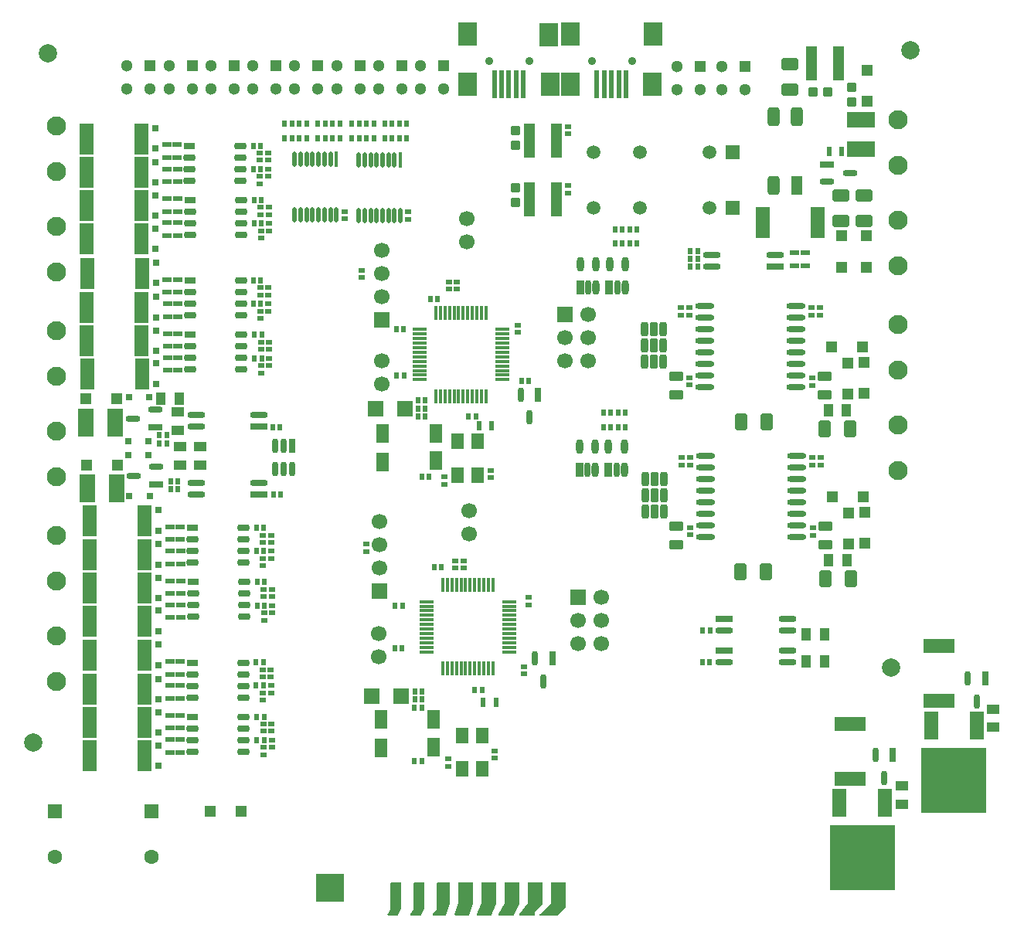
<source format=gts>
G04*
G04 #@! TF.GenerationSoftware,Altium Limited,Altium Designer,19.0.6 (157)*
G04*
G04 Layer_Color=8388736*
%FSLAX44Y44*%
%MOMM*%
G71*
G01*
G75*
%ADD11C,2.0000*%
%ADD12R,0.6000X0.7500*%
%ADD13R,0.7300X0.7300*%
%ADD14R,1.0000X0.6000*%
%ADD15R,1.6000X3.1000*%
%ADD16R,7.1000X7.1000*%
%ADD17R,3.5000X1.6000*%
%ADD18R,1.4000X1.1000*%
%ADD19R,0.7000X1.6000*%
%ADD20O,0.7000X1.6000*%
%ADD21O,0.8000X1.6000*%
%ADD22R,0.8500X1.6000*%
%ADD23R,0.7500X0.6000*%
%ADD24R,1.3500X1.7000*%
%ADD25R,0.6000X1.0000*%
%ADD26R,1.4000X2.0000*%
%ADD27R,1.7000X1.7000*%
%ADD28R,0.3800X1.6000*%
%ADD29O,0.3800X1.6000*%
%ADD30O,1.6000X0.3800*%
%ADD31R,1.6000X0.7000*%
%ADD32O,1.6000X0.7000*%
%ADD33R,0.7300X0.7300*%
G04:AMPARAMS|DCode=34|XSize=1.3mm|YSize=0.68mm|CornerRadius=0.195mm|HoleSize=0mm|Usage=FLASHONLY|Rotation=0.000|XOffset=0mm|YOffset=0mm|HoleType=Round|Shape=RoundedRectangle|*
%AMROUNDEDRECTD34*
21,1,1.3000,0.2900,0,0,0.0*
21,1,0.9100,0.6800,0,0,0.0*
1,1,0.3900,0.4550,-0.1450*
1,1,0.3900,-0.4550,-0.1450*
1,1,0.3900,-0.4550,0.1450*
1,1,0.3900,0.4550,0.1450*
%
%ADD34ROUNDEDRECTD34*%
%ADD35R,1.3000X0.6800*%
%ADD36O,1.9500X0.7000*%
%ADD37R,1.9500X0.7000*%
%ADD38R,1.1000X1.4000*%
%ADD39R,1.6000X3.5000*%
%ADD40R,1.3000X1.3000*%
%ADD41R,1.7000X3.1000*%
%ADD42O,0.4500X1.7000*%
%ADD43R,0.4500X1.7000*%
G04:AMPARAMS|DCode=44|XSize=1.55mm|YSize=0.9mm|CornerRadius=0.25mm|HoleSize=0mm|Usage=FLASHONLY|Rotation=90.000|XOffset=0mm|YOffset=0mm|HoleType=Round|Shape=RoundedRectangle|*
%AMROUNDEDRECTD44*
21,1,1.5500,0.4000,0,0,90.0*
21,1,1.0500,0.9000,0,0,90.0*
1,1,0.5000,0.2000,0.5250*
1,1,0.5000,0.2000,-0.5250*
1,1,0.5000,-0.2000,-0.5250*
1,1,0.5000,-0.2000,0.5250*
%
%ADD44ROUNDEDRECTD44*%
G04:AMPARAMS|DCode=45|XSize=1.55mm|YSize=0.8mm|CornerRadius=0.225mm|HoleSize=0mm|Usage=FLASHONLY|Rotation=90.000|XOffset=0mm|YOffset=0mm|HoleType=Round|Shape=RoundedRectangle|*
%AMROUNDEDRECTD45*
21,1,1.5500,0.3500,0,0,90.0*
21,1,1.1000,0.8000,0,0,90.0*
1,1,0.4500,0.1750,0.5500*
1,1,0.4500,0.1750,-0.5500*
1,1,0.4500,-0.1750,-0.5500*
1,1,0.4500,-0.1750,0.5500*
%
%ADD45ROUNDEDRECTD45*%
G04:AMPARAMS|DCode=46|XSize=1.1mm|YSize=1.55mm|CornerRadius=0.3mm|HoleSize=0mm|Usage=FLASHONLY|Rotation=90.000|XOffset=0mm|YOffset=0mm|HoleType=Round|Shape=RoundedRectangle|*
%AMROUNDEDRECTD46*
21,1,1.1000,0.9500,0,0,90.0*
21,1,0.5000,1.5500,0,0,90.0*
1,1,0.6000,0.4750,0.2500*
1,1,0.6000,0.4750,-0.2500*
1,1,0.6000,-0.4750,-0.2500*
1,1,0.6000,-0.4750,0.2500*
%
%ADD46ROUNDEDRECTD46*%
G04:AMPARAMS|DCode=47|XSize=1.05mm|YSize=1.1mm|CornerRadius=0.2875mm|HoleSize=0mm|Usage=FLASHONLY|Rotation=0.000|XOffset=0mm|YOffset=0mm|HoleType=Round|Shape=RoundedRectangle|*
%AMROUNDEDRECTD47*
21,1,1.0500,0.5250,0,0,0.0*
21,1,0.4750,1.1000,0,0,0.0*
1,1,0.5750,0.2375,-0.2625*
1,1,0.5750,-0.2375,-0.2625*
1,1,0.5750,-0.2375,0.2625*
1,1,0.5750,0.2375,0.2625*
%
%ADD47ROUNDEDRECTD47*%
%ADD48R,1.3000X3.7000*%
%ADD49R,0.5000X0.7000*%
%ADD50O,2.1000X0.6500*%
G04:AMPARAMS|DCode=51|XSize=1.4mm|YSize=1.9mm|CornerRadius=0.375mm|HoleSize=0mm|Usage=FLASHONLY|Rotation=0.000|XOffset=0mm|YOffset=0mm|HoleType=Round|Shape=RoundedRectangle|*
%AMROUNDEDRECTD51*
21,1,1.4000,1.1500,0,0,0.0*
21,1,0.6500,1.9000,0,0,0.0*
1,1,0.7500,0.3250,-0.5750*
1,1,0.7500,-0.3250,-0.5750*
1,1,0.7500,-0.3250,0.5750*
1,1,0.7500,0.3250,0.5750*
%
%ADD51ROUNDEDRECTD51*%
%ADD52R,1.3000X1.3000*%
%ADD53R,3.1000X1.7000*%
G04:AMPARAMS|DCode=54|XSize=1.4mm|YSize=1.9mm|CornerRadius=0.375mm|HoleSize=0mm|Usage=FLASHONLY|Rotation=90.000|XOffset=0mm|YOffset=0mm|HoleType=Round|Shape=RoundedRectangle|*
%AMROUNDEDRECTD54*
21,1,1.4000,1.1500,0,0,90.0*
21,1,0.6500,1.9000,0,0,90.0*
1,1,0.7500,0.5750,0.3250*
1,1,0.7500,0.5750,-0.3250*
1,1,0.7500,-0.5750,-0.3250*
1,1,0.7500,-0.5750,0.3250*
%
%ADD54ROUNDEDRECTD54*%
G04:AMPARAMS|DCode=55|XSize=1.3mm|YSize=2.1mm|CornerRadius=0.35mm|HoleSize=0mm|Usage=FLASHONLY|Rotation=180.000|XOffset=0mm|YOffset=0mm|HoleType=Round|Shape=RoundedRectangle|*
%AMROUNDEDRECTD55*
21,1,1.3000,1.4000,0,0,180.0*
21,1,0.6000,2.1000,0,0,180.0*
1,1,0.7000,-0.3000,0.7000*
1,1,0.7000,0.3000,0.7000*
1,1,0.7000,0.3000,-0.7000*
1,1,0.7000,-0.3000,-0.7000*
%
%ADD55ROUNDEDRECTD55*%
%ADD56R,1.3000X2.1000*%
G04:AMPARAMS|DCode=57|XSize=1.05mm|YSize=1.1mm|CornerRadius=0.2875mm|HoleSize=0mm|Usage=FLASHONLY|Rotation=90.000|XOffset=0mm|YOffset=0mm|HoleType=Round|Shape=RoundedRectangle|*
%AMROUNDEDRECTD57*
21,1,1.0500,0.5250,0,0,90.0*
21,1,0.4750,1.1000,0,0,90.0*
1,1,0.5750,0.2625,0.2375*
1,1,0.5750,0.2625,-0.2375*
1,1,0.5750,-0.2625,-0.2375*
1,1,0.5750,-0.2625,0.2375*
%
%ADD57ROUNDEDRECTD57*%
%ADD58R,2.1000X2.6000*%
%ADD59R,0.6000X3.1000*%
%ADD60R,1.1000X1.1000*%
%ADD61R,0.8000X0.8000*%
%ADD62C,1.7000*%
%ADD63R,1.6000X1.6000*%
%ADD64C,1.6000*%
%ADD65R,1.5000X1.5000*%
%ADD66C,1.5000*%
%ADD67C,2.1000*%
%ADD68C,0.9000*%
%ADD69C,1.3000*%
%ADD70R,3.1000X3.1000*%
G36*
X972729Y1070997D02*
X972857Y1070971D01*
X972981Y1070929D01*
X973099Y1070871D01*
X973208Y1070798D01*
X973307Y1070712D01*
X973393Y1070613D01*
X973466Y1070504D01*
X973524Y1070387D01*
X973566Y1070263D01*
X973591Y1070134D01*
X973600Y1070003D01*
Y1042953D01*
X973598Y1042925D01*
X973598Y1042896D01*
X973594Y1042859D01*
X973591Y1042823D01*
X973586Y1042795D01*
X973582Y1042766D01*
X973573Y1042730D01*
X973566Y1042694D01*
X973557Y1042666D01*
X973549Y1042639D01*
X973536Y1042605D01*
X973524Y1042570D01*
X973511Y1042544D01*
X973500Y1042517D01*
X969900Y1035067D01*
X969882Y1035035D01*
X969866Y1035002D01*
X969850Y1034978D01*
X969836Y1034953D01*
X969813Y1034924D01*
X969793Y1034893D01*
X969774Y1034872D01*
X969757Y1034849D01*
X969731Y1034822D01*
X969706Y1034795D01*
X969685Y1034776D01*
X969665Y1034755D01*
X969636Y1034733D01*
X969608Y1034708D01*
X969584Y1034692D01*
X969561Y1034675D01*
X969529Y1034656D01*
X969499Y1034635D01*
X969473Y1034623D01*
X969448Y1034608D01*
X969415Y1034594D01*
X969381Y1034577D01*
X969354Y1034568D01*
X969328Y1034557D01*
X969292Y1034547D01*
X969257Y1034535D01*
X969229Y1034530D01*
X969201Y1034522D01*
X969165Y1034517D01*
X969129Y1034510D01*
X969100Y1034508D01*
X969071Y1034504D01*
X969035Y1034504D01*
X968998Y1034501D01*
X959298D01*
X959289Y1034502D01*
X959281Y1034501D01*
X959224Y1034506D01*
X959167Y1034510D01*
X959159Y1034511D01*
X959150Y1034512D01*
X959094Y1034524D01*
X959038Y1034535D01*
X959031Y1034538D01*
X959022Y1034540D01*
X958969Y1034559D01*
X958914Y1034577D01*
X958907Y1034581D01*
X958899Y1034584D01*
X958848Y1034610D01*
X958797Y1034635D01*
X958790Y1034640D01*
X958782Y1034644D01*
X958735Y1034677D01*
X958688Y1034708D01*
X958681Y1034714D01*
X958674Y1034719D01*
X958632Y1034757D01*
X958589Y1034795D01*
X958584Y1034801D01*
X958577Y1034807D01*
X958540Y1034851D01*
X958503Y1034893D01*
X958498Y1034900D01*
X958493Y1034907D01*
X958462Y1034955D01*
X958430Y1035002D01*
X958426Y1035010D01*
X958422Y1035017D01*
X958397Y1035069D01*
X958372Y1035120D01*
X958369Y1035128D01*
X958366Y1035135D01*
X958348Y1035190D01*
X958330Y1035244D01*
X958328Y1035252D01*
X958326Y1035260D01*
X958315Y1035317D01*
X958304Y1035372D01*
X958304Y1035381D01*
X958302Y1035389D01*
X958299Y1035447D01*
X958296Y1035503D01*
X958296Y1035512D01*
X958296Y1035520D01*
X958301Y1035577D01*
X958304Y1035634D01*
X958306Y1035642D01*
X958307Y1035651D01*
X958319Y1035707D01*
X958330Y1035763D01*
X958333Y1035771D01*
X958334Y1035779D01*
X958354Y1035833D01*
X958372Y1035887D01*
X958376Y1035894D01*
X958379Y1035902D01*
X958405Y1035953D01*
X958430Y1036004D01*
X958435Y1036011D01*
X958438Y1036019D01*
X961596Y1041281D01*
Y1070003D01*
X961604Y1070134D01*
X961630Y1070263D01*
X961672Y1070387D01*
X961730Y1070504D01*
X961803Y1070613D01*
X961889Y1070712D01*
X961988Y1070798D01*
X962097Y1070871D01*
X962214Y1070929D01*
X962338Y1070971D01*
X962467Y1070997D01*
X962598Y1071005D01*
X972598D01*
X972729Y1070997D01*
D02*
G37*
G36*
X998129D02*
X998257Y1070971D01*
X998381Y1070929D01*
X998499Y1070871D01*
X998608Y1070798D01*
X998707Y1070712D01*
X998793Y1070613D01*
X998866Y1070504D01*
X998924Y1070387D01*
X998966Y1070263D01*
X998991Y1070134D01*
X999000Y1070003D01*
X999000Y1042953D01*
X998997Y1042904D01*
X998995Y1042853D01*
X998992Y1042838D01*
X998991Y1042823D01*
X998982Y1042774D01*
X998973Y1042724D01*
X998969Y1042709D01*
X998966Y1042694D01*
X998950Y1042646D01*
X998935Y1042599D01*
X998929Y1042585D01*
X998924Y1042570D01*
X998902Y1042525D01*
X998881Y1042479D01*
X994881Y1035029D01*
X994873Y1035016D01*
X994866Y1035002D01*
X994838Y1034961D01*
X994811Y1034918D01*
X994801Y1034906D01*
X994793Y1034893D01*
X994760Y1034856D01*
X994728Y1034817D01*
X994717Y1034806D01*
X994706Y1034795D01*
X994669Y1034762D01*
X994632Y1034727D01*
X994620Y1034718D01*
X994608Y1034708D01*
X994566Y1034680D01*
X994526Y1034651D01*
X994512Y1034644D01*
X994499Y1034635D01*
X994454Y1034613D01*
X994410Y1034590D01*
X994395Y1034584D01*
X994381Y1034577D01*
X994333Y1034561D01*
X994287Y1034544D01*
X994272Y1034540D01*
X994257Y1034535D01*
X994208Y1034526D01*
X994159Y1034514D01*
X994144Y1034513D01*
X994129Y1034510D01*
X994079Y1034507D01*
X994029Y1034502D01*
X994013Y1034502D01*
X993998Y1034501D01*
X983998D01*
X983946Y1034505D01*
X983893Y1034507D01*
X983880Y1034509D01*
X983867Y1034510D01*
X983816Y1034520D01*
X983764Y1034529D01*
X983751Y1034533D01*
X983738Y1034535D01*
X983689Y1034552D01*
X983638Y1034568D01*
X983627Y1034573D01*
X983614Y1034577D01*
X983567Y1034601D01*
X983519Y1034623D01*
X983508Y1034630D01*
X983497Y1034635D01*
X983453Y1034665D01*
X983409Y1034693D01*
X983399Y1034701D01*
X983388Y1034708D01*
X983348Y1034743D01*
X983308Y1034777D01*
X983299Y1034786D01*
X983289Y1034795D01*
X983255Y1034834D01*
X983219Y1034873D01*
X983211Y1034884D01*
X983203Y1034893D01*
X983174Y1034937D01*
X983143Y1034980D01*
X983137Y1034992D01*
X983130Y1035002D01*
X983107Y1035049D01*
X983082Y1035096D01*
X983078Y1035108D01*
X983072Y1035120D01*
X983055Y1035170D01*
X983037Y1035219D01*
X983034Y1035232D01*
X983030Y1035244D01*
X983020Y1035295D01*
X983008Y1035347D01*
X983007Y1035360D01*
X983004Y1035372D01*
X983001Y1035425D01*
X982996Y1035478D01*
X982997Y1035490D01*
X982996Y1035503D01*
X982999Y1035556D01*
X983001Y1035609D01*
X983003Y1035621D01*
X983004Y1035634D01*
X983015Y1035685D01*
X983024Y1035738D01*
X983027Y1035750D01*
X983030Y1035763D01*
X983047Y1035812D01*
X983063Y1035863D01*
X983068Y1035875D01*
X983072Y1035887D01*
X983095Y1035934D01*
X983117Y1035982D01*
X983124Y1035993D01*
X983130Y1036004D01*
X983159Y1036048D01*
X983187Y1036093D01*
X986996Y1041329D01*
X986996Y1070003D01*
X987004Y1070134D01*
X987030Y1070263D01*
X987072Y1070387D01*
X987130Y1070504D01*
X987203Y1070613D01*
X987289Y1070712D01*
X987388Y1070798D01*
X987497Y1070871D01*
X987614Y1070929D01*
X987738Y1070971D01*
X987867Y1070997D01*
X987998Y1071005D01*
X997998D01*
X998129Y1070997D01*
D02*
G37*
G36*
X1025566Y1071001D02*
X1025629Y1070997D01*
X1025631Y1070996D01*
X1025633Y1070996D01*
X1025694Y1070984D01*
X1025757Y1070971D01*
X1025759Y1070971D01*
X1025762Y1070970D01*
X1025820Y1070950D01*
X1025881Y1070929D01*
X1025883Y1070928D01*
X1025886Y1070927D01*
X1025942Y1070900D01*
X1025999Y1070871D01*
X1026001Y1070870D01*
X1026003Y1070869D01*
X1026056Y1070833D01*
X1026108Y1070798D01*
X1026110Y1070797D01*
X1026112Y1070796D01*
X1026159Y1070753D01*
X1026207Y1070712D01*
X1026208Y1070710D01*
X1026210Y1070709D01*
X1026251Y1070661D01*
X1026293Y1070613D01*
X1026294Y1070612D01*
X1026296Y1070610D01*
X1026331Y1070556D01*
X1026366Y1070504D01*
X1026367Y1070502D01*
X1026368Y1070500D01*
X1026396Y1070443D01*
X1026424Y1070387D01*
X1026424Y1070385D01*
X1026425Y1070383D01*
X1026446Y1070322D01*
X1026466Y1070263D01*
X1026466Y1070260D01*
X1026467Y1070258D01*
X1026479Y1070195D01*
X1026491Y1070134D01*
X1026492Y1070132D01*
X1026492Y1070130D01*
X1026496Y1070065D01*
X1026500Y1070003D01*
X1026500Y1070001D01*
X1026500Y1069999D01*
X1026400Y1047949D01*
X1026399Y1047930D01*
X1026399Y1047912D01*
X1026394Y1047865D01*
X1026391Y1047818D01*
X1026387Y1047800D01*
X1026385Y1047781D01*
X1026374Y1047736D01*
X1026365Y1047690D01*
X1026359Y1047672D01*
X1026354Y1047654D01*
X1022454Y1035204D01*
X1022438Y1035162D01*
X1022424Y1035120D01*
X1022414Y1035101D01*
X1022407Y1035081D01*
X1022386Y1035042D01*
X1022366Y1035002D01*
X1022354Y1034985D01*
X1022344Y1034967D01*
X1022318Y1034930D01*
X1022293Y1034893D01*
X1022279Y1034878D01*
X1022267Y1034861D01*
X1022236Y1034828D01*
X1022206Y1034795D01*
X1022191Y1034781D01*
X1022176Y1034766D01*
X1022141Y1034738D01*
X1022108Y1034708D01*
X1022091Y1034697D01*
X1022074Y1034684D01*
X1022036Y1034660D01*
X1021999Y1034635D01*
X1021980Y1034626D01*
X1021962Y1034615D01*
X1021922Y1034597D01*
X1021881Y1034577D01*
X1021861Y1034571D01*
X1021842Y1034562D01*
X1021800Y1034550D01*
X1021757Y1034535D01*
X1021737Y1034531D01*
X1021717Y1034525D01*
X1021672Y1034519D01*
X1021629Y1034510D01*
X1021608Y1034508D01*
X1021587Y1034505D01*
X1021542Y1034504D01*
X1021498Y1034501D01*
X1008598D01*
X1008567Y1034503D01*
X1008535Y1034503D01*
X1008501Y1034508D01*
X1008467Y1034510D01*
X1008436Y1034516D01*
X1008405Y1034520D01*
X1008372Y1034529D01*
X1008338Y1034535D01*
X1008309Y1034546D01*
X1008278Y1034554D01*
X1008247Y1034567D01*
X1008214Y1034577D01*
X1008186Y1034592D01*
X1008157Y1034604D01*
X1008127Y1034620D01*
X1008097Y1034635D01*
X1008071Y1034653D01*
X1008043Y1034669D01*
X1008016Y1034689D01*
X1007988Y1034708D01*
X1007964Y1034729D01*
X1007939Y1034748D01*
X1007915Y1034772D01*
X1007889Y1034795D01*
X1007868Y1034818D01*
X1007846Y1034841D01*
X1007825Y1034868D01*
X1007803Y1034893D01*
X1007785Y1034920D01*
X1007766Y1034945D01*
X1007749Y1034974D01*
X1007730Y1035002D01*
X1007716Y1035031D01*
X1007700Y1035058D01*
X1007687Y1035089D01*
X1007672Y1035120D01*
X1007662Y1035150D01*
X1007650Y1035179D01*
X1007641Y1035212D01*
X1007630Y1035244D01*
X1007624Y1035275D01*
X1007616Y1035305D01*
X1007611Y1035339D01*
X1007604Y1035372D01*
X1007602Y1035404D01*
X1007598Y1035435D01*
X1007598Y1035469D01*
X1007596Y1035503D01*
X1007598Y1035535D01*
X1007598Y1035566D01*
X1007602Y1035600D01*
X1007604Y1035634D01*
X1007610Y1035665D01*
X1007615Y1035696D01*
X1007623Y1035729D01*
X1007630Y1035763D01*
X1007640Y1035793D01*
X1007648Y1035823D01*
X1007661Y1035855D01*
X1007672Y1035887D01*
X1007686Y1035915D01*
X1007698Y1035944D01*
X1007715Y1035974D01*
X1007730Y1036004D01*
X1007748Y1036031D01*
X1007763Y1036058D01*
X1007784Y1036085D01*
X1007803Y1036113D01*
X1007824Y1036137D01*
X1007843Y1036162D01*
X1012397Y1041381D01*
X1012496Y1070007D01*
X1012500Y1070071D01*
X1012504Y1070134D01*
X1012505Y1070136D01*
X1012505Y1070138D01*
X1012518Y1070201D01*
X1012530Y1070263D01*
X1012530Y1070264D01*
X1012531Y1070266D01*
X1012552Y1070329D01*
X1012572Y1070387D01*
X1012573Y1070388D01*
X1012573Y1070390D01*
X1012603Y1070450D01*
X1012630Y1070504D01*
X1012631Y1070506D01*
X1012632Y1070507D01*
X1012668Y1070562D01*
X1012703Y1070613D01*
X1012704Y1070615D01*
X1012705Y1070616D01*
X1012748Y1070665D01*
X1012789Y1070712D01*
X1012791Y1070713D01*
X1012792Y1070714D01*
X1012841Y1070758D01*
X1012888Y1070798D01*
X1012889Y1070799D01*
X1012891Y1070800D01*
X1012945Y1070837D01*
X1012997Y1070871D01*
X1012998Y1070872D01*
X1013000Y1070873D01*
X1013058Y1070901D01*
X1013114Y1070929D01*
X1013116Y1070930D01*
X1013118Y1070930D01*
X1013179Y1070951D01*
X1013239Y1070971D01*
X1013240Y1070972D01*
X1013242Y1070972D01*
X1013307Y1070985D01*
X1013367Y1070997D01*
X1013369Y1070997D01*
X1013371Y1070997D01*
X1013437Y1071002D01*
X1013498Y1071005D01*
X1025498D01*
X1025500Y1071005D01*
X1025502Y1071005D01*
X1025566Y1071001D01*
D02*
G37*
G36*
X1050815Y1071001D02*
X1050876Y1070997D01*
X1050877Y1070997D01*
X1050879Y1070997D01*
X1050946Y1070984D01*
X1051005Y1070972D01*
X1051006Y1070972D01*
X1051007Y1070971D01*
X1051071Y1070950D01*
X1051129Y1070930D01*
X1051130Y1070930D01*
X1051131Y1070929D01*
X1051195Y1070898D01*
X1051247Y1070872D01*
X1051248Y1070872D01*
X1051249Y1070871D01*
X1051307Y1070832D01*
X1051356Y1070800D01*
X1051357Y1070799D01*
X1051358Y1070798D01*
X1051407Y1070755D01*
X1051455Y1070714D01*
X1051456Y1070713D01*
X1051457Y1070712D01*
X1051500Y1070663D01*
X1051542Y1070615D01*
X1051542Y1070614D01*
X1051543Y1070613D01*
X1051581Y1070556D01*
X1051615Y1070506D01*
X1051615Y1070505D01*
X1051616Y1070504D01*
X1051645Y1070445D01*
X1051673Y1070389D01*
X1051673Y1070388D01*
X1051674Y1070387D01*
X1051694Y1070327D01*
X1051715Y1070265D01*
X1051715Y1070264D01*
X1051716Y1070263D01*
X1051729Y1070200D01*
X1051741Y1070136D01*
X1051741Y1070135D01*
X1051741Y1070134D01*
X1051746Y1070069D01*
X1051750Y1070006D01*
X1051800Y1047956D01*
X1051798Y1047926D01*
X1051798Y1047897D01*
X1051794Y1047861D01*
X1051792Y1047825D01*
X1051786Y1047796D01*
X1051783Y1047767D01*
X1051774Y1047732D01*
X1051767Y1047696D01*
X1051757Y1047668D01*
X1051750Y1047640D01*
X1047650Y1035190D01*
X1047636Y1035155D01*
X1047624Y1035120D01*
X1047611Y1035094D01*
X1047601Y1035068D01*
X1047582Y1035036D01*
X1047566Y1035002D01*
X1047550Y1034979D01*
X1047536Y1034954D01*
X1047514Y1034924D01*
X1047493Y1034893D01*
X1047474Y1034872D01*
X1047457Y1034849D01*
X1047431Y1034823D01*
X1047406Y1034795D01*
X1047385Y1034776D01*
X1047365Y1034756D01*
X1047336Y1034733D01*
X1047308Y1034708D01*
X1047285Y1034693D01*
X1047262Y1034675D01*
X1047230Y1034656D01*
X1047199Y1034635D01*
X1047174Y1034623D01*
X1047149Y1034609D01*
X1047115Y1034594D01*
X1047081Y1034577D01*
X1047055Y1034568D01*
X1047029Y1034557D01*
X1046993Y1034547D01*
X1046957Y1034535D01*
X1046930Y1034530D01*
X1046902Y1034522D01*
X1046865Y1034517D01*
X1046829Y1034510D01*
X1046801Y1034508D01*
X1046773Y1034504D01*
X1046735Y1034504D01*
X1046698Y1034501D01*
X1032998D01*
X1032980Y1034502D01*
X1032963Y1034502D01*
X1032916Y1034507D01*
X1032867Y1034510D01*
X1032850Y1034513D01*
X1032833Y1034515D01*
X1032786Y1034526D01*
X1032738Y1034535D01*
X1032722Y1034541D01*
X1032705Y1034545D01*
X1032661Y1034562D01*
X1032614Y1034577D01*
X1032599Y1034585D01*
X1032583Y1034591D01*
X1032541Y1034614D01*
X1032497Y1034635D01*
X1032483Y1034645D01*
X1032467Y1034653D01*
X1032428Y1034681D01*
X1032388Y1034708D01*
X1032375Y1034720D01*
X1032361Y1034730D01*
X1032326Y1034763D01*
X1032289Y1034795D01*
X1032278Y1034808D01*
X1032265Y1034819D01*
X1032235Y1034857D01*
X1032203Y1034893D01*
X1032193Y1034908D01*
X1032182Y1034921D01*
X1032157Y1034962D01*
X1032130Y1035002D01*
X1032122Y1035018D01*
X1032113Y1035033D01*
X1032094Y1035076D01*
X1032072Y1035120D01*
X1032066Y1035136D01*
X1032059Y1035152D01*
X1032046Y1035198D01*
X1032030Y1035244D01*
X1032027Y1035261D01*
X1032022Y1035277D01*
X1032014Y1035325D01*
X1032004Y1035372D01*
X1032003Y1035390D01*
X1032000Y1035407D01*
X1031999Y1035455D01*
X1031996Y1035503D01*
X1031997Y1035520D01*
X1031996Y1035538D01*
X1032001Y1035586D01*
X1032004Y1035634D01*
X1032008Y1035651D01*
X1032010Y1035668D01*
X1032020Y1035715D01*
X1032030Y1035763D01*
X1032036Y1035779D01*
X1032039Y1035796D01*
X1035796Y1048102D01*
X1035746Y1070001D01*
X1035746Y1070002D01*
X1035746Y1070003D01*
X1035750Y1070065D01*
X1035754Y1070132D01*
X1035754Y1070133D01*
X1035754Y1070134D01*
X1035767Y1070196D01*
X1035779Y1070260D01*
X1035780Y1070262D01*
X1035780Y1070263D01*
X1035801Y1070326D01*
X1035821Y1070385D01*
X1035822Y1070386D01*
X1035822Y1070387D01*
X1035851Y1070445D01*
X1035879Y1070502D01*
X1035880Y1070503D01*
X1035880Y1070504D01*
X1035917Y1070559D01*
X1035952Y1070612D01*
X1035952Y1070612D01*
X1035953Y1070613D01*
X1035996Y1070663D01*
X1036038Y1070710D01*
X1036039Y1070711D01*
X1036039Y1070712D01*
X1036088Y1070755D01*
X1036136Y1070797D01*
X1036137Y1070798D01*
X1036138Y1070798D01*
X1036195Y1070836D01*
X1036245Y1070870D01*
X1036246Y1070871D01*
X1036247Y1070871D01*
X1036304Y1070899D01*
X1036362Y1070928D01*
X1036364Y1070929D01*
X1036364Y1070929D01*
X1036422Y1070949D01*
X1036486Y1070971D01*
X1036488Y1070971D01*
X1036488Y1070971D01*
X1036552Y1070984D01*
X1036615Y1070997D01*
X1036616Y1070997D01*
X1036617Y1070997D01*
X1036682Y1071001D01*
X1036746Y1071005D01*
X1036747Y1071005D01*
X1036748Y1071005D01*
X1050748D01*
X1050815Y1071001D01*
D02*
G37*
G36*
X1076314Y1071001D02*
X1076379Y1070997D01*
X1076380Y1070997D01*
X1076381Y1070997D01*
X1076444Y1070984D01*
X1076507Y1070971D01*
X1076508Y1070971D01*
X1076509Y1070971D01*
X1076569Y1070951D01*
X1076631Y1070929D01*
X1076633Y1070929D01*
X1076634Y1070928D01*
X1076687Y1070902D01*
X1076749Y1070871D01*
X1076750Y1070871D01*
X1076751Y1070870D01*
X1076801Y1070836D01*
X1076858Y1070798D01*
X1076859Y1070798D01*
X1076860Y1070797D01*
X1076907Y1070755D01*
X1076956Y1070712D01*
X1076957Y1070711D01*
X1076958Y1070710D01*
X1077000Y1070663D01*
X1077043Y1070613D01*
X1077044Y1070612D01*
X1077044Y1070612D01*
X1077079Y1070559D01*
X1077116Y1070504D01*
X1077116Y1070503D01*
X1077117Y1070502D01*
X1077145Y1070445D01*
X1077174Y1070387D01*
X1077174Y1070386D01*
X1077175Y1070385D01*
X1077194Y1070326D01*
X1077216Y1070263D01*
X1077216Y1070262D01*
X1077216Y1070260D01*
X1077229Y1070196D01*
X1077241Y1070134D01*
X1077242Y1070133D01*
X1077242Y1070132D01*
X1077246Y1070065D01*
X1077250Y1070003D01*
X1077250Y1070002D01*
X1077250Y1070001D01*
X1077200Y1047951D01*
X1077197Y1047899D01*
X1077194Y1047847D01*
X1077192Y1047834D01*
X1077191Y1047820D01*
X1077181Y1047769D01*
X1077172Y1047718D01*
X1077168Y1047705D01*
X1077165Y1047692D01*
X1077148Y1047642D01*
X1077133Y1047593D01*
X1072333Y1035143D01*
X1072328Y1035132D01*
X1072324Y1035120D01*
X1072300Y1035072D01*
X1072278Y1035024D01*
X1072271Y1035013D01*
X1072266Y1035002D01*
X1072237Y1034958D01*
X1072208Y1034913D01*
X1072200Y1034903D01*
X1072193Y1034893D01*
X1072158Y1034854D01*
X1072124Y1034812D01*
X1072115Y1034804D01*
X1072106Y1034795D01*
X1072067Y1034760D01*
X1072027Y1034724D01*
X1072017Y1034716D01*
X1072008Y1034708D01*
X1071964Y1034679D01*
X1071920Y1034648D01*
X1071909Y1034642D01*
X1071899Y1034635D01*
X1071851Y1034612D01*
X1071804Y1034587D01*
X1071793Y1034583D01*
X1071781Y1034577D01*
X1071731Y1034560D01*
X1071681Y1034542D01*
X1071669Y1034539D01*
X1071657Y1034535D01*
X1071605Y1034525D01*
X1071553Y1034513D01*
X1071541Y1034512D01*
X1071529Y1034510D01*
X1071476Y1034506D01*
X1071423Y1034501D01*
X1071410Y1034502D01*
X1071398Y1034501D01*
X1057198D01*
X1057139Y1034505D01*
X1057078Y1034508D01*
X1057072Y1034509D01*
X1057067Y1034510D01*
X1057008Y1034522D01*
X1056949Y1034533D01*
X1056944Y1034534D01*
X1056939Y1034535D01*
X1056881Y1034555D01*
X1056824Y1034573D01*
X1056820Y1034576D01*
X1056814Y1034577D01*
X1056760Y1034604D01*
X1056706Y1034630D01*
X1056702Y1034633D01*
X1056697Y1034635D01*
X1056647Y1034669D01*
X1056597Y1034702D01*
X1056592Y1034705D01*
X1056588Y1034708D01*
X1056543Y1034748D01*
X1056497Y1034787D01*
X1056493Y1034791D01*
X1056489Y1034795D01*
X1056450Y1034840D01*
X1056410Y1034885D01*
X1056406Y1034889D01*
X1056403Y1034893D01*
X1056369Y1034944D01*
X1056336Y1034993D01*
X1056333Y1034998D01*
X1056330Y1035002D01*
X1056303Y1035057D01*
X1056276Y1035110D01*
X1056274Y1035115D01*
X1056272Y1035120D01*
X1056253Y1035178D01*
X1056233Y1035234D01*
X1056232Y1035239D01*
X1056230Y1035244D01*
X1056218Y1035303D01*
X1056206Y1035362D01*
X1056206Y1035367D01*
X1056204Y1035372D01*
X1056200Y1035432D01*
X1056196Y1035492D01*
X1056196Y1035498D01*
X1056196Y1035503D01*
X1056200Y1035562D01*
X1056203Y1035623D01*
X1056204Y1035629D01*
X1056204Y1035634D01*
X1056216Y1035694D01*
X1056227Y1035752D01*
X1056229Y1035757D01*
X1056230Y1035763D01*
X1056249Y1035820D01*
X1056268Y1035877D01*
X1061198Y1048154D01*
X1061496Y1070017D01*
X1061500Y1070075D01*
X1061504Y1070134D01*
X1061506Y1070141D01*
X1061506Y1070148D01*
X1061518Y1070205D01*
X1061530Y1070263D01*
X1061532Y1070269D01*
X1061534Y1070276D01*
X1061553Y1070331D01*
X1061572Y1070387D01*
X1061575Y1070393D01*
X1061577Y1070399D01*
X1061604Y1070452D01*
X1061630Y1070504D01*
X1061634Y1070510D01*
X1061637Y1070516D01*
X1061670Y1070565D01*
X1061703Y1070613D01*
X1061707Y1070619D01*
X1061711Y1070624D01*
X1061751Y1070668D01*
X1061789Y1070712D01*
X1061794Y1070716D01*
X1061799Y1070722D01*
X1061844Y1070760D01*
X1061888Y1070798D01*
X1061893Y1070802D01*
X1061899Y1070807D01*
X1061948Y1070838D01*
X1061997Y1070871D01*
X1062003Y1070874D01*
X1062009Y1070878D01*
X1062061Y1070903D01*
X1062114Y1070929D01*
X1062121Y1070931D01*
X1062127Y1070934D01*
X1062183Y1070952D01*
X1062238Y1070971D01*
X1062245Y1070973D01*
X1062252Y1070975D01*
X1062309Y1070985D01*
X1062367Y1070997D01*
X1062374Y1070997D01*
X1062381Y1070999D01*
X1062438Y1071002D01*
X1062498Y1071005D01*
X1076248D01*
X1076249Y1071005D01*
X1076250Y1071005D01*
X1076314Y1071001D01*
D02*
G37*
G36*
X1101560Y1071001D02*
X1101624Y1070997D01*
X1101626Y1070997D01*
X1101629Y1070997D01*
X1101691Y1070985D01*
X1101753Y1070973D01*
X1101755Y1070972D01*
X1101757Y1070971D01*
X1101818Y1070951D01*
X1101877Y1070931D01*
X1101879Y1070930D01*
X1101881Y1070929D01*
X1101939Y1070901D01*
X1101995Y1070873D01*
X1101997Y1070872D01*
X1101999Y1070871D01*
X1102050Y1070837D01*
X1102104Y1070801D01*
X1102106Y1070800D01*
X1102108Y1070798D01*
X1102155Y1070757D01*
X1102203Y1070715D01*
X1102205Y1070714D01*
X1102206Y1070712D01*
X1102248Y1070665D01*
X1102290Y1070617D01*
X1102291Y1070615D01*
X1102293Y1070613D01*
X1102327Y1070562D01*
X1102364Y1070508D01*
X1102365Y1070506D01*
X1102366Y1070504D01*
X1102394Y1070447D01*
X1102422Y1070391D01*
X1102423Y1070389D01*
X1102424Y1070387D01*
X1102444Y1070326D01*
X1102465Y1070267D01*
X1102465Y1070265D01*
X1102466Y1070263D01*
X1102478Y1070200D01*
X1102491Y1070139D01*
X1102491Y1070136D01*
X1102491Y1070134D01*
X1102495Y1070072D01*
X1102500Y1070008D01*
X1102600Y1047958D01*
X1102599Y1047937D01*
X1102599Y1047917D01*
X1102595Y1047871D01*
X1102592Y1047827D01*
X1102588Y1047807D01*
X1102586Y1047786D01*
X1102576Y1047742D01*
X1102567Y1047698D01*
X1102561Y1047679D01*
X1102556Y1047659D01*
X1102540Y1047617D01*
X1102525Y1047574D01*
X1102516Y1047555D01*
X1102509Y1047536D01*
X1096809Y1035086D01*
X1096787Y1035045D01*
X1096766Y1035002D01*
X1096756Y1034987D01*
X1096747Y1034971D01*
X1096719Y1034932D01*
X1096693Y1034893D01*
X1096681Y1034880D01*
X1096670Y1034865D01*
X1096638Y1034830D01*
X1096607Y1034795D01*
X1096593Y1034783D01*
X1096580Y1034769D01*
X1096544Y1034739D01*
X1096508Y1034708D01*
X1096493Y1034698D01*
X1096479Y1034687D01*
X1096438Y1034662D01*
X1096399Y1034635D01*
X1096383Y1034627D01*
X1096367Y1034618D01*
X1096324Y1034598D01*
X1096281Y1034577D01*
X1096264Y1034572D01*
X1096247Y1034564D01*
X1096202Y1034551D01*
X1096157Y1034535D01*
X1096139Y1034532D01*
X1096122Y1034527D01*
X1096075Y1034519D01*
X1096029Y1034510D01*
X1096011Y1034509D01*
X1095992Y1034506D01*
X1095945Y1034504D01*
X1095898Y1034501D01*
X1080898D01*
X1080847Y1034504D01*
X1080797Y1034506D01*
X1080782Y1034509D01*
X1080767Y1034510D01*
X1080718Y1034520D01*
X1080668Y1034528D01*
X1080653Y1034532D01*
X1080639Y1034535D01*
X1080590Y1034552D01*
X1080542Y1034566D01*
X1080529Y1034573D01*
X1080515Y1034577D01*
X1080469Y1034600D01*
X1080423Y1034621D01*
X1080410Y1034629D01*
X1080397Y1034635D01*
X1080355Y1034664D01*
X1080312Y1034690D01*
X1080300Y1034700D01*
X1080288Y1034708D01*
X1080250Y1034742D01*
X1080211Y1034774D01*
X1080201Y1034785D01*
X1080189Y1034795D01*
X1080156Y1034833D01*
X1080122Y1034870D01*
X1080113Y1034882D01*
X1080103Y1034893D01*
X1080075Y1034936D01*
X1080045Y1034977D01*
X1080039Y1034990D01*
X1080030Y1035002D01*
X1080008Y1035048D01*
X1079984Y1035092D01*
X1079979Y1035106D01*
X1079972Y1035120D01*
X1079956Y1035168D01*
X1079938Y1035215D01*
X1079935Y1035230D01*
X1079930Y1035244D01*
X1079920Y1035294D01*
X1079909Y1035343D01*
X1079907Y1035358D01*
X1079904Y1035372D01*
X1079901Y1035423D01*
X1079896Y1035473D01*
X1079897Y1035488D01*
X1079896Y1035503D01*
X1079899Y1035554D01*
X1079901Y1035604D01*
X1079903Y1035619D01*
X1079904Y1035634D01*
X1079914Y1035684D01*
X1079923Y1035734D01*
X1079927Y1035748D01*
X1079930Y1035763D01*
X1079946Y1035811D01*
X1079961Y1035859D01*
X1079967Y1035872D01*
X1079972Y1035887D01*
X1079995Y1035932D01*
X1080015Y1035978D01*
X1086595Y1048204D01*
X1086496Y1069999D01*
X1086496Y1070001D01*
X1086496Y1070003D01*
X1086500Y1070065D01*
X1086504Y1070130D01*
X1086504Y1070132D01*
X1086504Y1070134D01*
X1086517Y1070196D01*
X1086529Y1070258D01*
X1086529Y1070260D01*
X1086530Y1070263D01*
X1086550Y1070323D01*
X1086570Y1070383D01*
X1086571Y1070385D01*
X1086572Y1070387D01*
X1086600Y1070444D01*
X1086628Y1070500D01*
X1086629Y1070502D01*
X1086630Y1070504D01*
X1086665Y1070556D01*
X1086700Y1070610D01*
X1086702Y1070612D01*
X1086703Y1070613D01*
X1086744Y1070661D01*
X1086786Y1070709D01*
X1086788Y1070710D01*
X1086789Y1070712D01*
X1086837Y1070753D01*
X1086884Y1070796D01*
X1086886Y1070797D01*
X1086888Y1070798D01*
X1086940Y1070833D01*
X1086993Y1070869D01*
X1086995Y1070870D01*
X1086997Y1070871D01*
X1087054Y1070900D01*
X1087110Y1070927D01*
X1087112Y1070928D01*
X1087114Y1070929D01*
X1087175Y1070950D01*
X1087234Y1070970D01*
X1087236Y1070971D01*
X1087238Y1070971D01*
X1087302Y1070984D01*
X1087363Y1070996D01*
X1087365Y1070996D01*
X1087367Y1070997D01*
X1087430Y1071001D01*
X1087493Y1071005D01*
X1087496Y1071005D01*
X1087498Y1071005D01*
X1101498D01*
X1101560Y1071001D01*
D02*
G37*
G36*
X1152568Y1071001D02*
X1152629Y1070997D01*
X1152630Y1070996D01*
X1152633Y1070996D01*
X1152697Y1070983D01*
X1152757Y1070971D01*
X1152759Y1070971D01*
X1152761Y1070970D01*
X1152822Y1070949D01*
X1152881Y1070929D01*
X1152883Y1070928D01*
X1152885Y1070928D01*
X1152943Y1070899D01*
X1152999Y1070871D01*
X1153000Y1070870D01*
X1153002Y1070869D01*
X1153055Y1070834D01*
X1153108Y1070798D01*
X1153109Y1070797D01*
X1153111Y1070796D01*
X1153159Y1070753D01*
X1153206Y1070712D01*
X1153208Y1070711D01*
X1153209Y1070709D01*
X1153253Y1070659D01*
X1153293Y1070613D01*
X1153294Y1070612D01*
X1153295Y1070610D01*
X1153332Y1070554D01*
X1153366Y1070504D01*
X1153367Y1070503D01*
X1153368Y1070501D01*
X1153397Y1070441D01*
X1153424Y1070387D01*
X1153424Y1070385D01*
X1153425Y1070383D01*
X1153446Y1070321D01*
X1153466Y1070263D01*
X1153466Y1070261D01*
X1153467Y1070259D01*
X1153479Y1070195D01*
X1153491Y1070134D01*
X1153492Y1070132D01*
X1153492Y1070130D01*
X1153496Y1070065D01*
X1153500Y1070003D01*
X1153500Y1070001D01*
X1153500Y1069999D01*
X1153400Y1044449D01*
X1153397Y1044405D01*
X1153396Y1044360D01*
X1153392Y1044339D01*
X1153391Y1044319D01*
X1153382Y1044275D01*
X1153375Y1044231D01*
X1153369Y1044211D01*
X1153365Y1044190D01*
X1153350Y1044148D01*
X1153338Y1044105D01*
X1153329Y1044086D01*
X1153322Y1044066D01*
X1153302Y1044026D01*
X1153284Y1043985D01*
X1153273Y1043968D01*
X1153264Y1043949D01*
X1153239Y1043912D01*
X1153215Y1043874D01*
X1153202Y1043858D01*
X1153191Y1043840D01*
X1153161Y1043807D01*
X1153133Y1043772D01*
X1144833Y1034822D01*
X1144819Y1034809D01*
X1144807Y1034795D01*
X1144771Y1034764D01*
X1144737Y1034732D01*
X1144722Y1034721D01*
X1144708Y1034708D01*
X1144669Y1034682D01*
X1144631Y1034655D01*
X1144615Y1034646D01*
X1144599Y1034635D01*
X1144557Y1034615D01*
X1144516Y1034593D01*
X1144499Y1034586D01*
X1144482Y1034577D01*
X1144437Y1034562D01*
X1144394Y1034546D01*
X1144375Y1034541D01*
X1144357Y1034535D01*
X1144312Y1034526D01*
X1144266Y1034515D01*
X1144247Y1034513D01*
X1144229Y1034510D01*
X1144182Y1034507D01*
X1144136Y1034502D01*
X1144117Y1034502D01*
X1144098Y1034501D01*
X1125898D01*
X1125897Y1034501D01*
X1125896Y1034501D01*
X1125829Y1034506D01*
X1125767Y1034510D01*
X1125766Y1034510D01*
X1125765Y1034510D01*
X1125702Y1034523D01*
X1125639Y1034535D01*
X1125638Y1034536D01*
X1125637Y1034536D01*
X1125579Y1034556D01*
X1125515Y1034577D01*
X1125514Y1034578D01*
X1125513Y1034578D01*
X1125456Y1034606D01*
X1125397Y1034635D01*
X1125396Y1034636D01*
X1125395Y1034637D01*
X1125343Y1034672D01*
X1125288Y1034708D01*
X1125287Y1034709D01*
X1125286Y1034709D01*
X1125239Y1034751D01*
X1125189Y1034795D01*
X1125189Y1034796D01*
X1125188Y1034796D01*
X1125146Y1034844D01*
X1125103Y1034893D01*
X1125102Y1034894D01*
X1125102Y1034895D01*
X1125064Y1034952D01*
X1125030Y1035002D01*
X1125030Y1035003D01*
X1125029Y1035004D01*
X1124998Y1035068D01*
X1124972Y1035120D01*
X1124972Y1035121D01*
X1124971Y1035122D01*
X1124951Y1035182D01*
X1124930Y1035244D01*
X1124930Y1035245D01*
X1124930Y1035246D01*
X1124917Y1035312D01*
X1124904Y1035372D01*
X1124904Y1035373D01*
X1124904Y1035375D01*
X1124900Y1035444D01*
X1124896Y1035503D01*
X1124896Y1035504D01*
X1124896Y1035505D01*
X1124900Y1035573D01*
X1124904Y1035634D01*
X1124905Y1035635D01*
X1124905Y1035636D01*
X1124917Y1035699D01*
X1124930Y1035763D01*
X1124930Y1035764D01*
X1124930Y1035765D01*
X1124950Y1035823D01*
X1124972Y1035887D01*
X1124973Y1035888D01*
X1124973Y1035889D01*
X1125001Y1035945D01*
X1125030Y1036004D01*
X1125031Y1036005D01*
X1125031Y1036006D01*
X1125066Y1036059D01*
X1125103Y1036113D01*
X1125104Y1036114D01*
X1125104Y1036115D01*
X1125146Y1036162D01*
X1125189Y1036212D01*
X1125190Y1036213D01*
X1125191Y1036213D01*
X1137398Y1048372D01*
X1137496Y1070008D01*
X1137500Y1070071D01*
X1137504Y1070134D01*
X1137505Y1070136D01*
X1137505Y1070139D01*
X1137517Y1070199D01*
X1137530Y1070263D01*
X1137531Y1070265D01*
X1137531Y1070267D01*
X1137551Y1070326D01*
X1137572Y1070387D01*
X1137573Y1070389D01*
X1137574Y1070391D01*
X1137602Y1070447D01*
X1137630Y1070504D01*
X1137631Y1070506D01*
X1137632Y1070508D01*
X1137668Y1070562D01*
X1137703Y1070613D01*
X1137704Y1070615D01*
X1137706Y1070617D01*
X1137748Y1070665D01*
X1137789Y1070712D01*
X1137791Y1070714D01*
X1137793Y1070715D01*
X1137839Y1070755D01*
X1137888Y1070798D01*
X1137890Y1070800D01*
X1137891Y1070801D01*
X1137943Y1070835D01*
X1137997Y1070871D01*
X1137999Y1070872D01*
X1138001Y1070873D01*
X1138058Y1070901D01*
X1138114Y1070929D01*
X1138117Y1070930D01*
X1138119Y1070931D01*
X1138179Y1070951D01*
X1138239Y1070971D01*
X1138241Y1070972D01*
X1138243Y1070973D01*
X1138306Y1070985D01*
X1138367Y1070997D01*
X1138369Y1070997D01*
X1138372Y1070997D01*
X1138436Y1071001D01*
X1138498Y1071005D01*
X1152498D01*
X1152500Y1071005D01*
X1152502Y1071005D01*
X1152568Y1071001D01*
D02*
G37*
G36*
X1127129Y1070997D02*
X1127257Y1070971D01*
X1127381Y1070929D01*
X1127499Y1070871D01*
X1127608Y1070798D01*
X1127707Y1070712D01*
X1127793Y1070613D01*
X1127866Y1070504D01*
X1127924Y1070387D01*
X1127966Y1070263D01*
X1127991Y1070134D01*
X1128000Y1070003D01*
X1128000Y1047953D01*
X1127999Y1047931D01*
X1127999Y1047909D01*
X1127994Y1047866D01*
X1127991Y1047822D01*
X1127987Y1047801D01*
X1127985Y1047779D01*
X1127974Y1047737D01*
X1127966Y1047694D01*
X1127959Y1047673D01*
X1127954Y1047652D01*
X1127938Y1047611D01*
X1127924Y1047570D01*
X1127914Y1047550D01*
X1127906Y1047530D01*
X1127885Y1047491D01*
X1127866Y1047452D01*
X1127854Y1047434D01*
X1127843Y1047415D01*
X1127817Y1047380D01*
X1127793Y1047343D01*
X1127778Y1047327D01*
X1127766Y1047309D01*
X1119900Y1037939D01*
Y1035503D01*
X1119892Y1035372D01*
X1119866Y1035244D01*
X1119824Y1035120D01*
X1119766Y1035002D01*
X1119693Y1034893D01*
X1119607Y1034795D01*
X1119508Y1034708D01*
X1119399Y1034635D01*
X1119281Y1034577D01*
X1119157Y1034535D01*
X1119029Y1034510D01*
X1118898Y1034501D01*
X1103898D01*
X1103844Y1034505D01*
X1103790Y1034507D01*
X1103779Y1034509D01*
X1103767Y1034510D01*
X1103714Y1034520D01*
X1103661Y1034530D01*
X1103650Y1034533D01*
X1103639Y1034535D01*
X1103587Y1034553D01*
X1103536Y1034569D01*
X1103525Y1034574D01*
X1103514Y1034577D01*
X1103466Y1034602D01*
X1103417Y1034624D01*
X1103408Y1034630D01*
X1103397Y1034635D01*
X1103352Y1034666D01*
X1103307Y1034694D01*
X1103298Y1034702D01*
X1103288Y1034708D01*
X1103247Y1034744D01*
X1103206Y1034778D01*
X1103198Y1034787D01*
X1103189Y1034795D01*
X1103154Y1034835D01*
X1103117Y1034875D01*
X1103111Y1034884D01*
X1103103Y1034893D01*
X1103073Y1034938D01*
X1103042Y1034982D01*
X1103036Y1034993D01*
X1103030Y1035002D01*
X1103006Y1035050D01*
X1102981Y1035098D01*
X1102977Y1035109D01*
X1102972Y1035120D01*
X1102955Y1035171D01*
X1102936Y1035221D01*
X1102934Y1035233D01*
X1102930Y1035244D01*
X1102919Y1035297D01*
X1102908Y1035349D01*
X1102907Y1035361D01*
X1102904Y1035372D01*
X1102901Y1035426D01*
X1102896Y1035480D01*
X1102897Y1035492D01*
X1102896Y1035503D01*
X1102899Y1035557D01*
X1102902Y1035611D01*
X1102904Y1035623D01*
X1102904Y1035634D01*
X1102915Y1035687D01*
X1102924Y1035740D01*
X1102928Y1035751D01*
X1102930Y1035763D01*
X1102947Y1035814D01*
X1102963Y1035865D01*
X1102968Y1035876D01*
X1102972Y1035887D01*
X1102996Y1035935D01*
X1103019Y1035984D01*
X1103025Y1035994D01*
X1103030Y1036004D01*
X1103060Y1036049D01*
X1103089Y1036095D01*
X1111996Y1048280D01*
X1111996Y1070003D01*
X1112004Y1070134D01*
X1112030Y1070263D01*
X1112072Y1070387D01*
X1112130Y1070504D01*
X1112203Y1070613D01*
X1112289Y1070712D01*
X1112388Y1070798D01*
X1112497Y1070871D01*
X1112614Y1070929D01*
X1112738Y1070971D01*
X1112867Y1070997D01*
X1112998Y1071005D01*
X1126998D01*
X1127129Y1070997D01*
D02*
G37*
D11*
X570500Y1224000D02*
D03*
X1530750Y1983250D02*
D03*
X586250Y1979750D02*
D03*
X1509750Y1306000D02*
D03*
D12*
X833503Y1495995D02*
D03*
X841503D02*
D03*
X720503Y1510745D02*
D03*
X728503D02*
D03*
X996000Y1203500D02*
D03*
X988000D02*
D03*
X1062000Y1281500D02*
D03*
X1054000D02*
D03*
X996250Y1280250D02*
D03*
X988250D02*
D03*
X996000Y1262000D02*
D03*
X988000D02*
D03*
X996250Y1271250D02*
D03*
X988250D02*
D03*
X966250Y1327750D02*
D03*
X974250D02*
D03*
X966500Y1374000D02*
D03*
X974500D02*
D03*
X815201Y1252485D02*
D03*
X823201D02*
D03*
X815197Y1226608D02*
D03*
X823197D02*
D03*
X814202Y1311985D02*
D03*
X822202D02*
D03*
X814202Y1286487D02*
D03*
X822202D02*
D03*
X708503Y1552244D02*
D03*
X716503D02*
D03*
Y1560995D02*
D03*
X708503D02*
D03*
X832503Y1569994D02*
D03*
X840503D02*
D03*
X812455Y1670989D02*
D03*
X820454D02*
D03*
X812450Y1645112D02*
D03*
X820450D02*
D03*
X811455Y1704991D02*
D03*
X819455D02*
D03*
X811455Y1730488D02*
D03*
X819455D02*
D03*
X815447Y1374108D02*
D03*
X823447D02*
D03*
X814452Y1459485D02*
D03*
X822451D02*
D03*
X815451Y1399985D02*
D03*
X823451D02*
D03*
X814452Y1433987D02*
D03*
X822451D02*
D03*
X728503Y1501996D02*
D03*
X720503D02*
D03*
X812197Y1792861D02*
D03*
X820197D02*
D03*
X812201Y1818739D02*
D03*
X820201D02*
D03*
X811201Y1852741D02*
D03*
X819201D02*
D03*
X811201Y1878239D02*
D03*
X819201D02*
D03*
X1005250Y1710250D02*
D03*
X1013250D02*
D03*
X967750Y1677250D02*
D03*
X975750D02*
D03*
X968250Y1626250D02*
D03*
X976250D02*
D03*
X999750Y1599000D02*
D03*
X991750D02*
D03*
X999750Y1581500D02*
D03*
X991750D02*
D03*
X999750Y1590250D02*
D03*
X991750D02*
D03*
X1004000Y1515750D02*
D03*
X996000D02*
D03*
X1055250Y1581250D02*
D03*
X1047250D02*
D03*
X1113000Y1620500D02*
D03*
X1105000D02*
D03*
X1298250Y1745500D02*
D03*
X1290250D02*
D03*
X1298250Y1754250D02*
D03*
X1290250D02*
D03*
X1298250Y1763000D02*
D03*
X1290250D02*
D03*
X1311245Y1312254D02*
D03*
X1303244D02*
D03*
X1311500Y1347250D02*
D03*
X1303500D02*
D03*
X1017250Y1416750D02*
D03*
X1009250D02*
D03*
D13*
X696403Y1554745D02*
D03*
X674103D02*
D03*
X696653Y1538997D02*
D03*
X674353D02*
D03*
X675597Y1494004D02*
D03*
X697897D02*
D03*
X675097Y1602255D02*
D03*
X697397D02*
D03*
D14*
X717242Y1691041D02*
D03*
Y1705041D02*
D03*
X728492D02*
D03*
Y1691041D02*
D03*
X719989Y1213487D02*
D03*
Y1227487D02*
D03*
X731239D02*
D03*
Y1213487D02*
D03*
Y1286537D02*
D03*
Y1272538D02*
D03*
X719989D02*
D03*
Y1286537D02*
D03*
X731239Y1253987D02*
D03*
Y1239987D02*
D03*
X719989D02*
D03*
Y1253987D02*
D03*
X730989Y1312988D02*
D03*
Y1298987D02*
D03*
X719739D02*
D03*
Y1312988D02*
D03*
X731488Y1434038D02*
D03*
Y1420037D02*
D03*
X720239D02*
D03*
Y1434038D02*
D03*
Y1387488D02*
D03*
Y1401488D02*
D03*
Y1360987D02*
D03*
Y1374987D02*
D03*
X731488D02*
D03*
Y1360987D02*
D03*
Y1401488D02*
D03*
Y1387488D02*
D03*
X731239Y1460487D02*
D03*
Y1446487D02*
D03*
X719989D02*
D03*
Y1460487D02*
D03*
X717242Y1631991D02*
D03*
Y1645991D02*
D03*
X728492D02*
D03*
Y1631991D02*
D03*
Y1672491D02*
D03*
Y1658492D02*
D03*
X717242D02*
D03*
Y1672491D02*
D03*
X716992Y1717491D02*
D03*
Y1731491D02*
D03*
X728242D02*
D03*
Y1717491D02*
D03*
X716989Y1779741D02*
D03*
Y1793741D02*
D03*
X728239D02*
D03*
Y1779741D02*
D03*
Y1852791D02*
D03*
Y1838791D02*
D03*
X716989Y1806241D02*
D03*
Y1820241D02*
D03*
X728239D02*
D03*
Y1806241D02*
D03*
X716989Y1838791D02*
D03*
Y1852791D02*
D03*
X727989Y1879241D02*
D03*
Y1865241D02*
D03*
X716739D02*
D03*
Y1879241D02*
D03*
X1404000Y1761000D02*
D03*
Y1747000D02*
D03*
X1416000D02*
D03*
Y1761000D02*
D03*
D15*
X1603750Y1242500D02*
D03*
X1553750D02*
D03*
X1503504Y1157755D02*
D03*
X1453504D02*
D03*
D16*
X1578750Y1182500D02*
D03*
X1478504Y1097756D02*
D03*
D17*
X1562750Y1329750D02*
D03*
Y1269750D02*
D03*
X1465253Y1184256D02*
D03*
Y1244256D02*
D03*
D18*
X1622000Y1240750D02*
D03*
Y1260750D02*
D03*
X1521754Y1156506D02*
D03*
Y1176506D02*
D03*
X730790Y1528556D02*
D03*
Y1548556D02*
D03*
X752701Y1548332D02*
D03*
Y1528332D02*
D03*
X728451Y1586335D02*
D03*
Y1566335D02*
D03*
D19*
X1613154Y1294259D02*
D03*
X1138750Y1316500D02*
D03*
X854000Y1549500D02*
D03*
X1123250Y1605500D02*
D03*
X1511994Y1210254D02*
D03*
D20*
X1594154Y1294259D02*
D03*
X1603654Y1269009D02*
D03*
X1177251Y1522992D02*
D03*
X1209001D02*
D03*
X1119750Y1316500D02*
D03*
X1129250Y1291250D02*
D03*
X854000Y1524000D02*
D03*
X835000Y1524100D02*
D03*
X844500Y1524250D02*
D03*
X835000Y1549500D02*
D03*
X844500D02*
D03*
X1104250Y1605500D02*
D03*
X1113750Y1580250D02*
D03*
X1210000Y1723250D02*
D03*
X1178000Y1722750D02*
D03*
X1502494Y1185004D02*
D03*
X1492994Y1210254D02*
D03*
D21*
X1185751Y1548392D02*
D03*
X1168751D02*
D03*
X1185751Y1522992D02*
D03*
X1217501Y1548392D02*
D03*
X1200501D02*
D03*
X1217501Y1522992D02*
D03*
X1218500Y1748650D02*
D03*
X1201500D02*
D03*
X1218500Y1723250D02*
D03*
X1186500Y1748150D02*
D03*
X1169500D02*
D03*
X1186500Y1722750D02*
D03*
D22*
X1168501Y1522992D02*
D03*
X1200252D02*
D03*
X1201250Y1723250D02*
D03*
X1169250Y1722750D02*
D03*
D23*
X1108000Y1299500D02*
D03*
Y1307500D02*
D03*
X1024500Y1206250D02*
D03*
Y1198250D02*
D03*
X1075250Y1215250D02*
D03*
Y1207250D02*
D03*
X934750Y1441500D02*
D03*
Y1433500D02*
D03*
X1041500Y1423500D02*
D03*
Y1415500D02*
D03*
X1032500Y1423500D02*
D03*
Y1415500D02*
D03*
X822490Y1236537D02*
D03*
Y1244538D02*
D03*
X831255Y1236496D02*
D03*
Y1244496D02*
D03*
X831491Y1226737D02*
D03*
Y1218737D02*
D03*
X822743Y1210737D02*
D03*
Y1218737D02*
D03*
X821490Y1296037D02*
D03*
Y1304037D02*
D03*
Y1270487D02*
D03*
Y1278487D02*
D03*
X830742Y1286487D02*
D03*
Y1278487D02*
D03*
X830505Y1295996D02*
D03*
Y1303996D02*
D03*
X819743Y1655041D02*
D03*
Y1663041D02*
D03*
X819996Y1629241D02*
D03*
Y1637241D02*
D03*
X828745Y1645241D02*
D03*
Y1637241D02*
D03*
X828508Y1655000D02*
D03*
Y1663000D02*
D03*
X818743Y1688991D02*
D03*
Y1696991D02*
D03*
X827995Y1704991D02*
D03*
Y1696991D02*
D03*
X818743Y1714541D02*
D03*
Y1722541D02*
D03*
X827758Y1714500D02*
D03*
Y1722500D02*
D03*
X822992Y1358238D02*
D03*
Y1366238D02*
D03*
X831741Y1374238D02*
D03*
Y1366238D02*
D03*
X822740Y1384037D02*
D03*
Y1392037D02*
D03*
X831505Y1383997D02*
D03*
Y1391997D02*
D03*
X821740Y1417988D02*
D03*
Y1425988D02*
D03*
Y1443537D02*
D03*
Y1451537D02*
D03*
X830992Y1433987D02*
D03*
Y1425988D02*
D03*
X830755Y1443497D02*
D03*
Y1451497D02*
D03*
X819743Y1776991D02*
D03*
Y1784991D02*
D03*
X828491Y1792991D02*
D03*
Y1784991D02*
D03*
X828255Y1802750D02*
D03*
Y1810750D02*
D03*
X819490Y1802791D02*
D03*
Y1810791D02*
D03*
X818490Y1836741D02*
D03*
Y1844741D02*
D03*
X827741Y1852741D02*
D03*
Y1844741D02*
D03*
X818490Y1862291D02*
D03*
Y1870291D02*
D03*
X827505Y1862250D02*
D03*
Y1870250D02*
D03*
X911003Y1806253D02*
D03*
Y1798253D02*
D03*
X981000Y1805497D02*
D03*
Y1797497D02*
D03*
X929750Y1741750D02*
D03*
Y1733750D02*
D03*
X1034500Y1729250D02*
D03*
Y1721250D02*
D03*
X1025750Y1729250D02*
D03*
Y1721250D02*
D03*
X1021000Y1515250D02*
D03*
Y1507250D02*
D03*
X1071250Y1522250D02*
D03*
Y1514250D02*
D03*
X1100750Y1681500D02*
D03*
Y1673500D02*
D03*
X1288750Y1700500D02*
D03*
Y1692500D02*
D03*
X1279750D02*
D03*
Y1700500D02*
D03*
X1289000Y1616000D02*
D03*
Y1624000D02*
D03*
X1155750Y1891250D02*
D03*
Y1899250D02*
D03*
Y1826250D02*
D03*
Y1834250D02*
D03*
X1289747Y1451745D02*
D03*
Y1459745D02*
D03*
X1289496Y1536245D02*
D03*
Y1528245D02*
D03*
X1280497D02*
D03*
Y1536245D02*
D03*
X1424247Y1451495D02*
D03*
Y1459495D02*
D03*
X1432746Y1528495D02*
D03*
Y1536495D02*
D03*
X1423497D02*
D03*
Y1528495D02*
D03*
X1423500Y1615750D02*
D03*
Y1623750D02*
D03*
X1432000Y1692750D02*
D03*
Y1700750D02*
D03*
X1422750D02*
D03*
Y1692750D02*
D03*
X1112500Y1375000D02*
D03*
Y1383000D02*
D03*
D24*
X1061750Y1195250D02*
D03*
Y1232250D02*
D03*
X1039750D02*
D03*
Y1195250D02*
D03*
X1056750Y1517000D02*
D03*
Y1554000D02*
D03*
X1034750D02*
D03*
Y1517000D02*
D03*
D25*
X1063250Y1268500D02*
D03*
X1077250D02*
D03*
X1058500Y1571000D02*
D03*
X1072500D02*
D03*
X1442000Y1871500D02*
D03*
X1456000D02*
D03*
D26*
X1009167Y1249450D02*
D03*
X951168D02*
D03*
X1009167Y1219450D02*
D03*
X951168Y1218450D02*
D03*
X1011123Y1562877D02*
D03*
X953123D02*
D03*
X1011123Y1532877D02*
D03*
X953123Y1531877D02*
D03*
D27*
X941250Y1275000D02*
D03*
X973250D02*
D03*
X945250Y1590000D02*
D03*
X977250D02*
D03*
X1153100Y1693150D02*
D03*
X949250Y1390000D02*
D03*
X951750Y1687500D02*
D03*
X1167250Y1383500D02*
D03*
D28*
X1018877Y1305623D02*
D03*
X1011256Y1603873D02*
D03*
D29*
X1023877Y1305623D02*
D03*
X1028877D02*
D03*
X1033877D02*
D03*
X1038877D02*
D03*
X1043877D02*
D03*
X1048877D02*
D03*
X1053877D02*
D03*
X1058877D02*
D03*
X1063877D02*
D03*
X1068877D02*
D03*
X1073877D02*
D03*
Y1396623D02*
D03*
X1068877D02*
D03*
X1063877D02*
D03*
X1058877D02*
D03*
X1053877D02*
D03*
X1048877D02*
D03*
X1043877D02*
D03*
X1038877D02*
D03*
X1033877D02*
D03*
X1028877D02*
D03*
X1023877D02*
D03*
X1018877D02*
D03*
X1016256Y1603873D02*
D03*
X1021256D02*
D03*
X1026256D02*
D03*
X1031256D02*
D03*
X1036256D02*
D03*
X1041256D02*
D03*
X1046256D02*
D03*
X1051256D02*
D03*
X1056256D02*
D03*
X1061256D02*
D03*
X1066256D02*
D03*
Y1694873D02*
D03*
X1061256D02*
D03*
X1056256D02*
D03*
X1051256D02*
D03*
X1046256D02*
D03*
X1041256D02*
D03*
X1036256D02*
D03*
X1031256D02*
D03*
X1026256D02*
D03*
X1021256D02*
D03*
X1016256D02*
D03*
X1011256D02*
D03*
D30*
X1091877Y1323623D02*
D03*
Y1328623D02*
D03*
Y1333623D02*
D03*
Y1338623D02*
D03*
Y1343623D02*
D03*
Y1348623D02*
D03*
Y1353623D02*
D03*
Y1358623D02*
D03*
Y1363623D02*
D03*
Y1368623D02*
D03*
Y1373623D02*
D03*
Y1378623D02*
D03*
X1000877D02*
D03*
Y1373623D02*
D03*
Y1368623D02*
D03*
Y1363623D02*
D03*
Y1358623D02*
D03*
Y1353623D02*
D03*
Y1348623D02*
D03*
Y1343623D02*
D03*
Y1338623D02*
D03*
Y1333623D02*
D03*
Y1328623D02*
D03*
Y1323623D02*
D03*
X1084256Y1621873D02*
D03*
Y1626873D02*
D03*
Y1631873D02*
D03*
Y1636873D02*
D03*
Y1641873D02*
D03*
Y1646873D02*
D03*
Y1651873D02*
D03*
Y1656873D02*
D03*
Y1661873D02*
D03*
Y1666873D02*
D03*
Y1671873D02*
D03*
Y1676873D02*
D03*
X993256D02*
D03*
Y1671873D02*
D03*
Y1666873D02*
D03*
Y1661873D02*
D03*
Y1656873D02*
D03*
Y1651873D02*
D03*
Y1646873D02*
D03*
Y1641873D02*
D03*
Y1636873D02*
D03*
Y1631873D02*
D03*
Y1626873D02*
D03*
Y1621873D02*
D03*
D31*
X705182Y1507060D02*
D03*
X704256Y1569753D02*
D03*
X1439500Y1857500D02*
D03*
D32*
X705182Y1526060D02*
D03*
X679932Y1516560D02*
D03*
X704256Y1588753D02*
D03*
X679006Y1579253D02*
D03*
X1439500Y1838500D02*
D03*
X1464750Y1848000D02*
D03*
D33*
X707239Y1198837D02*
D03*
Y1221137D02*
D03*
Y1235087D02*
D03*
Y1257387D02*
D03*
Y1271597D02*
D03*
Y1293896D02*
D03*
Y1309088D02*
D03*
Y1331387D02*
D03*
X707489Y1419097D02*
D03*
Y1441397D02*
D03*
Y1382587D02*
D03*
Y1404888D02*
D03*
Y1346338D02*
D03*
Y1368638D02*
D03*
Y1456587D02*
D03*
Y1478888D02*
D03*
X704492Y1617341D02*
D03*
Y1639641D02*
D03*
Y1690100D02*
D03*
Y1712400D02*
D03*
Y1653591D02*
D03*
Y1675892D02*
D03*
X704239Y1801341D02*
D03*
Y1823641D02*
D03*
X704492Y1727591D02*
D03*
Y1749891D02*
D03*
X704239Y1765091D02*
D03*
Y1787391D02*
D03*
Y1837850D02*
D03*
Y1860150D02*
D03*
Y1875341D02*
D03*
Y1897641D02*
D03*
D34*
X800680Y1252538D02*
D03*
Y1239837D02*
D03*
Y1227138D02*
D03*
Y1214437D02*
D03*
X744800D02*
D03*
Y1227138D02*
D03*
Y1239837D02*
D03*
X800430Y1311837D02*
D03*
Y1299137D02*
D03*
Y1286437D02*
D03*
Y1273737D02*
D03*
X744550D02*
D03*
Y1286437D02*
D03*
Y1299137D02*
D03*
X800930Y1400037D02*
D03*
Y1387337D02*
D03*
Y1374637D02*
D03*
Y1361937D02*
D03*
X745050D02*
D03*
Y1374637D02*
D03*
Y1387337D02*
D03*
X800680Y1459338D02*
D03*
Y1446638D02*
D03*
Y1433938D02*
D03*
Y1421238D02*
D03*
X744800D02*
D03*
Y1433938D02*
D03*
Y1446638D02*
D03*
X797933Y1671041D02*
D03*
Y1658341D02*
D03*
Y1645641D02*
D03*
Y1632941D02*
D03*
X742053D02*
D03*
Y1645641D02*
D03*
Y1658341D02*
D03*
X797683Y1730341D02*
D03*
Y1717641D02*
D03*
Y1704941D02*
D03*
Y1692241D02*
D03*
X741803D02*
D03*
Y1704941D02*
D03*
Y1717641D02*
D03*
X797679Y1818791D02*
D03*
Y1806091D02*
D03*
Y1793391D02*
D03*
Y1780691D02*
D03*
X741799D02*
D03*
Y1793391D02*
D03*
Y1806091D02*
D03*
X797429Y1878091D02*
D03*
Y1865391D02*
D03*
Y1852691D02*
D03*
Y1839991D02*
D03*
X741549D02*
D03*
Y1852691D02*
D03*
Y1865391D02*
D03*
D35*
X744800Y1252538D02*
D03*
X744550Y1311837D02*
D03*
X745050Y1400037D02*
D03*
X744800Y1459338D02*
D03*
X742053Y1671041D02*
D03*
X741803Y1730341D02*
D03*
X741799Y1818791D02*
D03*
X741549Y1878091D02*
D03*
D36*
X748503Y1508845D02*
D03*
Y1496145D02*
D03*
X817503Y1508845D02*
D03*
X748753Y1582844D02*
D03*
Y1570144D02*
D03*
X817753Y1582844D02*
D03*
X1313750Y1758350D02*
D03*
Y1745650D02*
D03*
X1382750Y1758350D02*
D03*
X1396250Y1347400D02*
D03*
Y1360100D02*
D03*
X1327250Y1347400D02*
D03*
X1396494Y1312404D02*
D03*
Y1325104D02*
D03*
X1327494Y1312404D02*
D03*
D37*
X817503Y1496145D02*
D03*
X817753Y1570144D02*
D03*
X1382750Y1745650D02*
D03*
X1327250Y1360100D02*
D03*
X1327494Y1325104D02*
D03*
D38*
X710253Y1601243D02*
D03*
X730253D02*
D03*
X1417256Y1312996D02*
D03*
X1437255D02*
D03*
X1417000Y1342500D02*
D03*
X1437000D02*
D03*
X1441747Y1424245D02*
D03*
X1461747D02*
D03*
X1441000Y1588500D02*
D03*
X1461000D02*
D03*
D39*
X628992Y1885746D02*
D03*
X688992D02*
D03*
X628742Y1848996D02*
D03*
X688742D02*
D03*
X628742Y1812501D02*
D03*
X688742D02*
D03*
X628992Y1775999D02*
D03*
X688992D02*
D03*
X629245Y1737996D02*
D03*
X689245D02*
D03*
X628995Y1701246D02*
D03*
X688995D02*
D03*
X628995Y1664751D02*
D03*
X688995D02*
D03*
X629245Y1628249D02*
D03*
X689245D02*
D03*
X632242Y1466992D02*
D03*
X692242D02*
D03*
X631992Y1430242D02*
D03*
X691992D02*
D03*
X631992Y1393747D02*
D03*
X691992D02*
D03*
X632242Y1357245D02*
D03*
X692242D02*
D03*
X631992Y1319492D02*
D03*
X691992D02*
D03*
X631742Y1282742D02*
D03*
X691742D02*
D03*
X631742Y1246247D02*
D03*
X691742D02*
D03*
X631992Y1209746D02*
D03*
X691992D02*
D03*
X1369750Y1794250D02*
D03*
X1429750D02*
D03*
D40*
X627997Y1600755D02*
D03*
X661997D02*
D03*
X628747Y1527754D02*
D03*
X662747D02*
D03*
X797750Y1149000D02*
D03*
X763750D02*
D03*
X1479747Y1493745D02*
D03*
X1445747D02*
D03*
X1445000Y1658000D02*
D03*
X1479000D02*
D03*
D41*
X627755Y1574503D02*
D03*
X659755D02*
D03*
X629504Y1502753D02*
D03*
X661504D02*
D03*
D42*
X926995Y1802010D02*
D03*
X933495D02*
D03*
X939996D02*
D03*
X946495D02*
D03*
X952995D02*
D03*
X959495D02*
D03*
X965995D02*
D03*
X972495D02*
D03*
X926997Y1863008D02*
D03*
X933497D02*
D03*
X939997D02*
D03*
X946497D02*
D03*
X952997D02*
D03*
X959497D02*
D03*
X965997D02*
D03*
X856749Y1802143D02*
D03*
X863249D02*
D03*
X869748D02*
D03*
X876248D02*
D03*
X882749D02*
D03*
X889248D02*
D03*
X895748D02*
D03*
X902249D02*
D03*
X856750Y1863141D02*
D03*
X863250D02*
D03*
X869750D02*
D03*
X876250D02*
D03*
X882750D02*
D03*
X889250D02*
D03*
X895750D02*
D03*
D43*
X972497Y1863008D02*
D03*
X902250Y1863141D02*
D03*
D44*
X1250245Y1641245D02*
D03*
X1250244Y1658995D02*
D03*
Y1676995D02*
D03*
X1250991Y1476990D02*
D03*
Y1494740D02*
D03*
Y1512740D02*
D03*
D45*
X1240245Y1641245D02*
D03*
X1260245D02*
D03*
X1240244Y1658995D02*
D03*
X1260244D02*
D03*
X1240244Y1676995D02*
D03*
X1260244Y1676995D02*
D03*
X1240991Y1476990D02*
D03*
X1260991D02*
D03*
X1240991Y1494740D02*
D03*
X1260991D02*
D03*
X1240991Y1512740D02*
D03*
X1260991D02*
D03*
D46*
X1274250Y1605250D02*
D03*
Y1625250D02*
D03*
X1274997Y1440995D02*
D03*
Y1460995D02*
D03*
X1438247Y1441245D02*
D03*
Y1461245D02*
D03*
X1437500Y1605500D02*
D03*
Y1625500D02*
D03*
D47*
X1098250Y1895000D02*
D03*
Y1879000D02*
D03*
X1098750Y1832250D02*
D03*
Y1816250D02*
D03*
X1466750Y1942250D02*
D03*
Y1926250D02*
D03*
D48*
X1143500Y1819250D02*
D03*
X1113500D02*
D03*
X1143500Y1883500D02*
D03*
X1113500D02*
D03*
X1452500Y1968250D02*
D03*
X1422500D02*
D03*
D49*
X1207500Y1770750D02*
D03*
X1215500D02*
D03*
X1223500D02*
D03*
X1231500D02*
D03*
X1207500Y1786750D02*
D03*
X1215500D02*
D03*
X1223500D02*
D03*
X1231500D02*
D03*
X919145Y1886003D02*
D03*
X927145D02*
D03*
X935145D02*
D03*
X943145D02*
D03*
X919145Y1902003D02*
D03*
X927145D02*
D03*
X935145D02*
D03*
X943145D02*
D03*
X1218987Y1585531D02*
D03*
X1210987D02*
D03*
X1202986D02*
D03*
X1194986D02*
D03*
X1218987Y1569531D02*
D03*
X1210987D02*
D03*
X1202986D02*
D03*
X1194986D02*
D03*
X955243Y1886247D02*
D03*
X963243D02*
D03*
X971243D02*
D03*
X979243D02*
D03*
X955243Y1902247D02*
D03*
X963243D02*
D03*
X971243D02*
D03*
X979243D02*
D03*
X845562Y1886503D02*
D03*
X853562D02*
D03*
X861562D02*
D03*
X869562D02*
D03*
X845562Y1902503D02*
D03*
X853562D02*
D03*
X861562D02*
D03*
X869562D02*
D03*
X882000Y1886107D02*
D03*
X890000D02*
D03*
X898000D02*
D03*
X906000D02*
D03*
X882000Y1902107D02*
D03*
X890000D02*
D03*
X898000D02*
D03*
X906000D02*
D03*
D50*
X1405994Y1614045D02*
D03*
Y1626745D02*
D03*
Y1639445D02*
D03*
Y1652145D02*
D03*
Y1664845D02*
D03*
Y1677545D02*
D03*
Y1690245D02*
D03*
Y1702945D02*
D03*
X1305994Y1614045D02*
D03*
Y1626745D02*
D03*
Y1639445D02*
D03*
Y1652145D02*
D03*
Y1664845D02*
D03*
Y1677545D02*
D03*
Y1690245D02*
D03*
Y1702945D02*
D03*
X1306741Y1538690D02*
D03*
Y1525990D02*
D03*
Y1513290D02*
D03*
Y1500590D02*
D03*
Y1487890D02*
D03*
Y1475190D02*
D03*
Y1462490D02*
D03*
Y1449790D02*
D03*
X1406741Y1538690D02*
D03*
Y1525990D02*
D03*
Y1513290D02*
D03*
Y1500590D02*
D03*
Y1487890D02*
D03*
Y1475190D02*
D03*
Y1462490D02*
D03*
Y1449790D02*
D03*
D51*
X1373750Y1575500D02*
D03*
X1345750D02*
D03*
X1373250Y1411250D02*
D03*
X1345250D02*
D03*
X1438251Y1403750D02*
D03*
X1466251D02*
D03*
X1437504Y1568005D02*
D03*
X1465504D02*
D03*
D52*
X1463497Y1441495D02*
D03*
Y1475495D02*
D03*
X1481497Y1442245D02*
D03*
Y1476245D02*
D03*
X1462750Y1605750D02*
D03*
Y1639750D02*
D03*
X1480750Y1606500D02*
D03*
Y1640500D02*
D03*
X1455508Y1779254D02*
D03*
Y1745254D02*
D03*
X1483250Y1779250D02*
D03*
Y1745250D02*
D03*
X1484000Y1961000D02*
D03*
Y1927000D02*
D03*
X1349754Y1965255D02*
D03*
X1301000Y1965000D02*
D03*
X698250Y1966255D02*
D03*
X744500D02*
D03*
X790500D02*
D03*
X836250D02*
D03*
X882000D02*
D03*
X928000D02*
D03*
X974000D02*
D03*
X1020009D02*
D03*
D53*
X1477250Y1874500D02*
D03*
Y1906500D02*
D03*
D54*
X1480250Y1823500D02*
D03*
Y1795500D02*
D03*
X1455250Y1823500D02*
D03*
Y1795500D02*
D03*
X1398750Y1967500D02*
D03*
Y1939500D02*
D03*
D55*
X1406450Y1910000D02*
D03*
X1381050D02*
D03*
Y1835000D02*
D03*
D56*
X1406450D02*
D03*
D57*
X1424500Y1936750D02*
D03*
X1440500D02*
D03*
D58*
X1249623Y2000627D02*
D03*
X1158623Y2000877D02*
D03*
Y1945877D02*
D03*
X1248623D02*
D03*
X1135244Y2000127D02*
D03*
X1046244Y2000877D02*
D03*
Y1945877D02*
D03*
X1136244D02*
D03*
D59*
X1187623D02*
D03*
X1195623D02*
D03*
X1203623D02*
D03*
X1211623D02*
D03*
X1219623D02*
D03*
X1075244D02*
D03*
X1083244D02*
D03*
X1091244D02*
D03*
X1099244D02*
D03*
X1107244D02*
D03*
D60*
X1119998Y1055003D02*
D03*
X1144998D02*
D03*
X1043998D02*
D03*
X1069998D02*
D03*
X1019998Y1054004D02*
D03*
X1094998Y1055003D02*
D03*
D61*
X967998Y1054004D02*
D03*
X992998D02*
D03*
D62*
X949000Y1318500D02*
D03*
Y1343900D02*
D03*
X952250Y1617250D02*
D03*
Y1642650D02*
D03*
X1047500Y1452750D02*
D03*
Y1478150D02*
D03*
X1178500Y1642350D02*
D03*
Y1667750D02*
D03*
Y1693150D02*
D03*
X1153100Y1642350D02*
D03*
Y1667750D02*
D03*
X949250Y1466200D02*
D03*
Y1440800D02*
D03*
Y1415400D02*
D03*
X951750Y1712900D02*
D03*
Y1738300D02*
D03*
Y1763700D02*
D03*
X1045000Y1773100D02*
D03*
Y1798500D02*
D03*
X1167250Y1358100D02*
D03*
Y1332700D02*
D03*
X1192650Y1383500D02*
D03*
Y1358100D02*
D03*
Y1332700D02*
D03*
D63*
X699750Y1148750D02*
D03*
X594000Y1149000D02*
D03*
D64*
X699750Y1098750D02*
D03*
X594000Y1099000D02*
D03*
D65*
X1336000Y1870750D02*
D03*
Y1809750D02*
D03*
D66*
X1310600Y1870750D02*
D03*
X1234400D02*
D03*
X1183600D02*
D03*
X1310600Y1809750D02*
D03*
X1234400D02*
D03*
X1183600D02*
D03*
D67*
X1517877Y1796481D02*
D03*
Y1906480D02*
D03*
Y1856480D02*
D03*
Y1746480D02*
D03*
X1517755Y1521998D02*
D03*
Y1631998D02*
D03*
Y1681998D02*
D03*
Y1571998D02*
D03*
X595996Y1515500D02*
D03*
Y1625500D02*
D03*
Y1675500D02*
D03*
Y1565500D02*
D03*
X595995Y1291250D02*
D03*
Y1401250D02*
D03*
Y1451250D02*
D03*
Y1341250D02*
D03*
X595996Y1740164D02*
D03*
Y1850164D02*
D03*
Y1900164D02*
D03*
Y1790164D02*
D03*
D68*
X1226373Y1970877D02*
D03*
X1182123Y1970627D02*
D03*
X1113994Y1970877D02*
D03*
X1069744Y1970627D02*
D03*
D69*
X1324353Y1939855D02*
D03*
X1349754D02*
D03*
X1324353Y1965255D02*
D03*
X1275600Y1939600D02*
D03*
X1301000D02*
D03*
X1275600Y1965000D02*
D03*
X672850Y1940855D02*
D03*
X698250D02*
D03*
X672850Y1966255D02*
D03*
X719100D02*
D03*
X744500Y1940855D02*
D03*
X719100D02*
D03*
X765100Y1966255D02*
D03*
X790500Y1940855D02*
D03*
X765100D02*
D03*
X810850Y1966255D02*
D03*
X836250Y1940855D02*
D03*
X810850D02*
D03*
X856600D02*
D03*
X882000D02*
D03*
X856600Y1966255D02*
D03*
X902600Y1940855D02*
D03*
X928000D02*
D03*
X902600Y1966255D02*
D03*
X948600Y1940855D02*
D03*
X974000D02*
D03*
X948600Y1966255D02*
D03*
X994609Y1940855D02*
D03*
X1020009D02*
D03*
X994609Y1966255D02*
D03*
D70*
X894998Y1065003D02*
D03*
M02*

</source>
